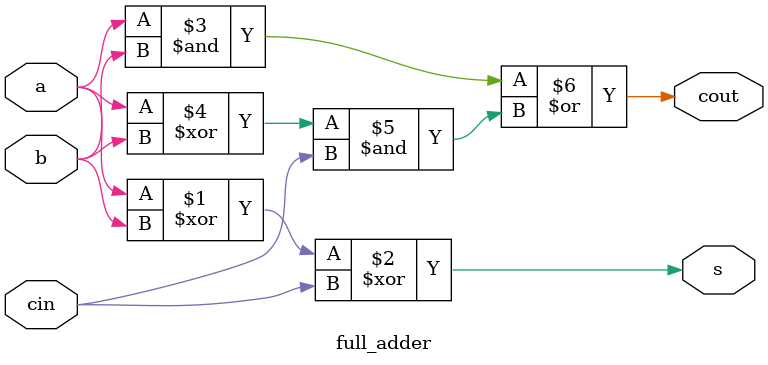
<source format=v>
module full_adder(
	input a,
	input b,
	input cin,
	output s,
	output cout
);

assign s = a ^ b ^ cin;
assign cout = a & b | (a ^ b) & cin; 

endmodule

</source>
